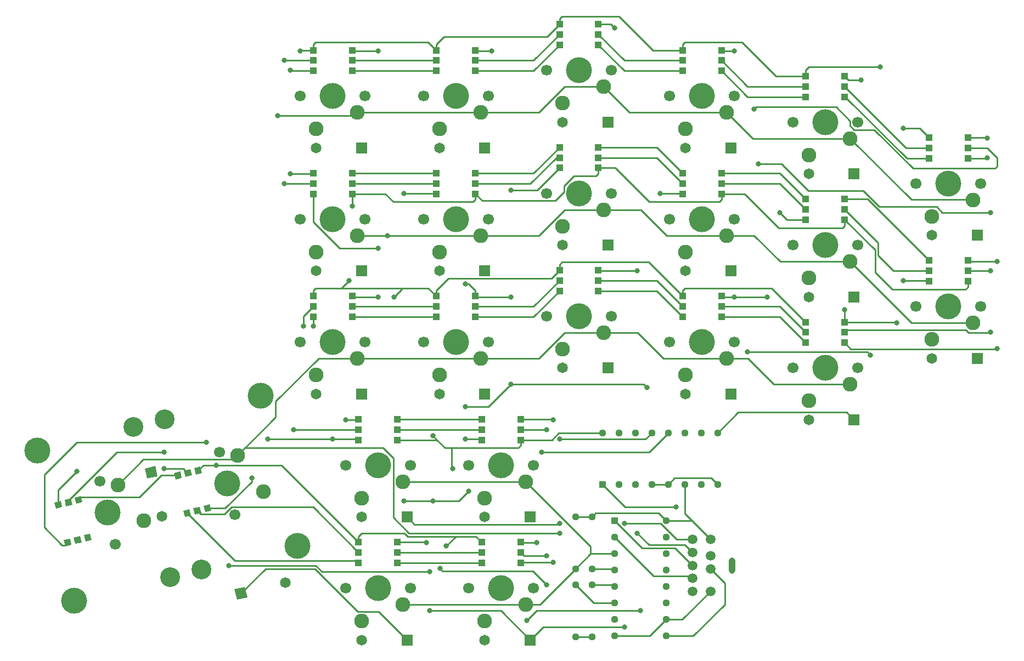
<source format=gbr>
%TF.GenerationSoftware,KiCad,Pcbnew,(5.1.10)-1*%
%TF.CreationDate,2021-06-29T07:08:46-05:00*%
%TF.ProjectId,RightHand,4d696e69-2e6b-4696-9361-645f70636258,rev?*%
%TF.SameCoordinates,Original*%
%TF.FileFunction,Copper,L2,Bot*%
%TF.FilePolarity,Positive*%
%FSLAX46Y46*%
G04 Gerber Fmt 4.6, Leading zero omitted, Abs format (unit mm)*
G04 Created by KiCad (PCBNEW (5.1.10)-1) date 2021-06-29 07:08:46*
%MOMM*%
%LPD*%
G01*
G04 APERTURE LIST*
%TA.AperFunction,ComponentPad*%
%ADD10C,3.050000*%
%TD*%
%TA.AperFunction,ComponentPad*%
%ADD11C,4.000000*%
%TD*%
%TA.AperFunction,ComponentPad*%
%ADD12C,1.700000*%
%TD*%
%TA.AperFunction,ComponentPad*%
%ADD13C,2.286000*%
%TD*%
%TA.AperFunction,ComponentPad*%
%ADD14C,1.651000*%
%TD*%
%TA.AperFunction,ComponentPad*%
%ADD15C,0.100000*%
%TD*%
%TA.AperFunction,SMDPad,CuDef*%
%ADD16C,0.100000*%
%TD*%
%TA.AperFunction,ComponentPad*%
%ADD17R,1.651000X1.651000*%
%TD*%
%TA.AperFunction,SMDPad,CuDef*%
%ADD18R,1.000000X1.000000*%
%TD*%
%TA.AperFunction,ComponentPad*%
%ADD19C,1.130000*%
%TD*%
%TA.AperFunction,ComponentPad*%
%ADD20C,1.500000*%
%TD*%
%TA.AperFunction,ComponentPad*%
%ADD21O,1.000000X2.500000*%
%TD*%
%TA.AperFunction,ComponentPad*%
%ADD22R,1.130000X1.130000*%
%TD*%
%TA.AperFunction,ViaPad*%
%ADD23C,0.800000*%
%TD*%
%TA.AperFunction,Conductor*%
%ADD24C,0.250000*%
%TD*%
G04 APERTURE END LIST*
D10*
%TO.P,KT2_2,HOLE*%
%TO.N,N/C*%
X74936629Y-87772009D03*
X69240450Y-64581322D03*
D11*
X60136543Y-91407259D03*
X54440364Y-68216572D03*
X65290600Y-77846400D03*
D12*
%TO.P,KT2_2,POST*%
X66483267Y-82702071D03*
X64097933Y-72990729D03*
D13*
%TO.P,KT2_2,1*%
%TO.N,C2*%
X66848469Y-73540503D03*
%TO.P,KT2_2,2*%
%TO.N,Net-(KT2_2-Pad2)*%
X70829837Y-79101331D03*
D14*
%TO.P,KT2_2,3*%
X73665549Y-78404813D03*
%TA.AperFunction,ComponentPad*%
D15*
%TO.P,KT2_2,4*%
%TO.N,R0*%
G36*
X72994396Y-72211635D02*
G01*
X71391053Y-72605454D01*
X70997234Y-71002111D01*
X72600577Y-70608292D01*
X72994396Y-72211635D01*
G37*
%TD.AperFunction*%
%TA.AperFunction,SMDPad,CuDef*%
D16*
%TO.P,KT2_2,5*%
%TO.N,VCC*%
G36*
X59715981Y-82819690D02*
G01*
X58744847Y-83058224D01*
X58506313Y-82087090D01*
X59477447Y-81848556D01*
X59715981Y-82819690D01*
G37*
%TD.AperFunction*%
%TA.AperFunction,SMDPad,CuDef*%
%TO.P,KT2_2,6*%
%TO.N,Net-(KT2_2-Pad6)*%
G36*
X61269796Y-82438037D02*
G01*
X60298662Y-82676571D01*
X60060128Y-81705437D01*
X61031262Y-81466903D01*
X61269796Y-82438037D01*
G37*
%TD.AperFunction*%
%TA.AperFunction,SMDPad,CuDef*%
%TO.P,KT2_2,7*%
%TO.N,Net-(KT2_2-Pad7)*%
G36*
X62823611Y-82056383D02*
G01*
X61852477Y-82294917D01*
X61613943Y-81323783D01*
X62585077Y-81085249D01*
X62823611Y-82056383D01*
G37*
%TD.AperFunction*%
%TA.AperFunction,SMDPad,CuDef*%
%TO.P,KT2_2,8*%
%TO.N,GND*%
G36*
X58284780Y-76992885D02*
G01*
X57313646Y-77231419D01*
X57075112Y-76260285D01*
X58046246Y-76021751D01*
X58284780Y-76992885D01*
G37*
%TD.AperFunction*%
%TA.AperFunction,SMDPad,CuDef*%
%TO.P,KT2_2,9*%
%TO.N,Net-(KT2_1-Pad6)*%
G36*
X59838595Y-76611231D02*
G01*
X58867461Y-76849765D01*
X58628927Y-75878631D01*
X59600061Y-75640097D01*
X59838595Y-76611231D01*
G37*
%TD.AperFunction*%
%TA.AperFunction,SMDPad,CuDef*%
%TO.P,KT2_2,10*%
%TO.N,Net-(KT2_1-Pad7)*%
G36*
X61392410Y-76229578D02*
G01*
X60421276Y-76468112D01*
X60182742Y-75496978D01*
X61153876Y-75258444D01*
X61392410Y-76229578D01*
G37*
%TD.AperFunction*%
%TD*%
D11*
%TO.P,KT2_1,HOLE*%
%TO.N,N/C*%
X88896257Y-59753541D03*
X94592436Y-82944228D03*
D10*
X79792350Y-86579478D03*
X74096171Y-63388791D03*
D11*
X83742200Y-73314400D03*
D12*
%TO.P,KT2_1,POST*%
X84934867Y-78170071D03*
X82549533Y-68458729D03*
D13*
%TO.P,KT2_1,1*%
%TO.N,C2*%
X85300069Y-69008503D03*
%TO.P,KT2_1,2*%
%TO.N,Net-(KT2_1-Pad2)*%
X89281437Y-74569331D03*
D14*
%TO.P,KT2_1,3*%
X92730631Y-88611933D03*
%TA.AperFunction,ComponentPad*%
D15*
%TO.P,KT2_1,4*%
%TO.N,R1*%
G36*
X86853581Y-90905512D02*
G01*
X85250238Y-91299331D01*
X84856419Y-89695988D01*
X86459762Y-89302169D01*
X86853581Y-90905512D01*
G37*
%TD.AperFunction*%
%TA.AperFunction,SMDPad,CuDef*%
D16*
%TO.P,KT2_1,5*%
%TO.N,VCC*%
G36*
X79844010Y-71697578D02*
G01*
X78872876Y-71936112D01*
X78634342Y-70964978D01*
X79605476Y-70726444D01*
X79844010Y-71697578D01*
G37*
%TD.AperFunction*%
%TA.AperFunction,SMDPad,CuDef*%
%TO.P,KT2_1,6*%
%TO.N,Net-(KT2_1-Pad6)*%
G36*
X78290195Y-72079231D02*
G01*
X77319061Y-72317765D01*
X77080527Y-71346631D01*
X78051661Y-71108097D01*
X78290195Y-72079231D01*
G37*
%TD.AperFunction*%
%TA.AperFunction,SMDPad,CuDef*%
%TO.P,KT2_1,7*%
%TO.N,Net-(KT2_1-Pad7)*%
G36*
X76736380Y-72460885D02*
G01*
X75765246Y-72699419D01*
X75526712Y-71728285D01*
X76497846Y-71489751D01*
X76736380Y-72460885D01*
G37*
%TD.AperFunction*%
%TA.AperFunction,SMDPad,CuDef*%
%TO.P,KT2_1,8*%
%TO.N,GND*%
G36*
X81275211Y-77524383D02*
G01*
X80304077Y-77762917D01*
X80065543Y-76791783D01*
X81036677Y-76553249D01*
X81275211Y-77524383D01*
G37*
%TD.AperFunction*%
%TA.AperFunction,SMDPad,CuDef*%
%TO.P,KT2_1,9*%
%TO.N,Net-(KT2_1-Pad9)*%
G36*
X79721396Y-77906037D02*
G01*
X78750262Y-78144571D01*
X78511728Y-77173437D01*
X79482862Y-76934903D01*
X79721396Y-77906037D01*
G37*
%TD.AperFunction*%
%TA.AperFunction,SMDPad,CuDef*%
%TO.P,KT2_1,10*%
%TO.N,Net-(KT2_1-Pad10)*%
G36*
X78167581Y-78287690D02*
G01*
X77196447Y-78526224D01*
X76957913Y-77555090D01*
X77929047Y-77316556D01*
X78167581Y-78287690D01*
G37*
%TD.AperFunction*%
%TD*%
D11*
%TO.P,KBACK1,HOLE*%
%TO.N,N/C*%
X195000000Y-27000000D03*
D12*
%TO.P,KBACK1,POST*%
X190000000Y-27000000D03*
X200000000Y-27000000D03*
D13*
%TO.P,KBACK1,1*%
%TO.N,C0*%
X198810000Y-29540000D03*
%TO.P,KBACK1,2*%
%TO.N,Net-(KBACKSPACE1-Pad2)*%
X192460000Y-32080000D03*
D14*
%TO.P,KBACK1,3*%
X192460000Y-35000000D03*
D17*
%TO.P,KBACK1,4*%
%TO.N,R7*%
X199460000Y-35000000D03*
D18*
%TO.P,KBACK1,5*%
%TO.N,VCC*%
X192000000Y-19900000D03*
%TO.P,KBACK1,6*%
%TO.N,Net-(KBACKSPACE1-Pad6)*%
X192000000Y-21500000D03*
%TO.P,KBACK1,7*%
%TO.N,Net-(KBACKSPACE1-Pad7)*%
X192000000Y-23100000D03*
%TO.P,KBACK1,8*%
%TO.N,GND*%
X198000000Y-19900000D03*
%TO.P,KBACK1,9*%
%TO.N,CLK_L*%
X198000000Y-21500000D03*
%TO.P,KBACK1,10*%
%TO.N,S0_DL*%
X198000000Y-23100000D03*
%TD*%
D11*
%TO.P,KCOMMA1,HOLE*%
%TO.N,N/C*%
X138000000Y-47500000D03*
D12*
%TO.P,KCOMMA1,POST*%
X133000000Y-47500000D03*
X143000000Y-47500000D03*
D13*
%TO.P,KCOMMA1,1*%
%TO.N,C2*%
X141810000Y-50040000D03*
%TO.P,KCOMMA1,2*%
%TO.N,Net-(KCOMMA1-Pad2)*%
X135460000Y-52580000D03*
D14*
%TO.P,KCOMMA1,3*%
X135460000Y-55500000D03*
D17*
%TO.P,KCOMMA1,4*%
%TO.N,R4*%
X142460000Y-55500000D03*
D18*
%TO.P,KCOMMA1,5*%
%TO.N,VCC*%
X135000000Y-40400000D03*
%TO.P,KCOMMA1,6*%
%TO.N,Net-(KCOMMA1-Pad6)*%
X135000000Y-42000000D03*
%TO.P,KCOMMA1,7*%
%TO.N,Net-(KCOMMA1-Pad7)*%
X135000000Y-43600000D03*
%TO.P,KCOMMA1,8*%
%TO.N,GND*%
X141000000Y-40400000D03*
%TO.P,KCOMMA1,9*%
%TO.N,Net-(KCOMMA1-Pad9)*%
X141000000Y-42000000D03*
%TO.P,KCOMMA1,10*%
%TO.N,Net-(KCOMMA1-Pad10)*%
X141000000Y-43600000D03*
%TD*%
D11*
%TO.P,KENTER1,HOLE*%
%TO.N,N/C*%
X195000000Y-46000000D03*
D12*
%TO.P,KENTER1,POST*%
X190000000Y-46000000D03*
X200000000Y-46000000D03*
D13*
%TO.P,KENTER1,1*%
%TO.N,C1*%
X198810000Y-48540000D03*
%TO.P,KENTER1,2*%
%TO.N,Net-(KENTER1-Pad2)*%
X192460000Y-51080000D03*
D14*
%TO.P,KENTER1,3*%
X192460000Y-54000000D03*
D17*
%TO.P,KENTER1,4*%
%TO.N,R7*%
X199460000Y-54000000D03*
D18*
%TO.P,KENTER1,5*%
%TO.N,VCC*%
X198000000Y-42100000D03*
%TO.P,KENTER1,6*%
%TO.N,Net-(KENTER1-Pad6)*%
X198000000Y-40500000D03*
%TO.P,KENTER1,7*%
%TO.N,Net-(KENTER1-Pad7)*%
X198000000Y-38900000D03*
%TO.P,KENTER1,8*%
%TO.N,GND*%
X192000000Y-42100000D03*
%TO.P,KENTER1,9*%
%TO.N,Net-(KENTER1-Pad9)*%
X192000000Y-40500000D03*
%TO.P,KENTER1,10*%
%TO.N,Net-(KENTER1-Pad10)*%
X192000000Y-38900000D03*
%TD*%
D11*
%TO.P,KFSLASH1,HOLE*%
%TO.N,N/C*%
X176000000Y-55500000D03*
D12*
%TO.P,KFSLASH1,POST*%
X171000000Y-55500000D03*
X181000000Y-55500000D03*
D13*
%TO.P,KFSLASH1,1*%
%TO.N,C2*%
X179810000Y-58040000D03*
%TO.P,KFSLASH1,2*%
%TO.N,Net-(KFSLASH1-Pad2)*%
X173460000Y-60580000D03*
D14*
%TO.P,KFSLASH1,3*%
X173460000Y-63500000D03*
D17*
%TO.P,KFSLASH1,4*%
%TO.N,R6*%
X180460000Y-63500000D03*
D18*
%TO.P,KFSLASH1,5*%
%TO.N,VCC*%
X173000000Y-48400000D03*
%TO.P,KFSLASH1,6*%
%TO.N,Net-(KFSLASH1-Pad6)*%
X173000000Y-50000000D03*
%TO.P,KFSLASH1,7*%
%TO.N,Net-(KFSLASH1-Pad7)*%
X173000000Y-51600000D03*
%TO.P,KFSLASH1,8*%
%TO.N,GND*%
X179000000Y-48400000D03*
%TO.P,KFSLASH1,9*%
%TO.N,Net-(KENTER1-Pad6)*%
X179000000Y-50000000D03*
%TO.P,KFSLASH1,10*%
%TO.N,Net-(KENTER1-Pad7)*%
X179000000Y-51600000D03*
%TD*%
D11*
%TO.P,KH1,HOLE*%
%TO.N,N/C*%
X100000000Y-32500000D03*
D12*
%TO.P,KH1,POST*%
X95000000Y-32500000D03*
X105000000Y-32500000D03*
D13*
%TO.P,KH1,1*%
%TO.N,C1*%
X103810000Y-35040000D03*
%TO.P,KH1,2*%
%TO.N,Net-(KH1-Pad2)*%
X97460000Y-37580000D03*
D14*
%TO.P,KH1,3*%
X97460000Y-40500000D03*
D17*
%TO.P,KH1,4*%
%TO.N,R2*%
X104460000Y-40500000D03*
D18*
%TO.P,KH1,5*%
%TO.N,VCC*%
X103000000Y-28600000D03*
%TO.P,KH1,6*%
%TO.N,Net-(KH1-Pad6)*%
X103000000Y-27000000D03*
%TO.P,KH1,7*%
%TO.N,Net-(KH1-Pad7)*%
X103000000Y-25400000D03*
%TO.P,KH1,8*%
%TO.N,GND*%
X97000000Y-28600000D03*
%TO.P,KH1,9*%
%TO.N,Net-(KH1-Pad9)*%
X97000000Y-27000000D03*
%TO.P,KH1,10*%
%TO.N,Net-(KH1-Pad10)*%
X97000000Y-25400000D03*
%TD*%
D11*
%TO.P,KI1,HOLE*%
%TO.N,N/C*%
X138000000Y-9500000D03*
D12*
%TO.P,KI1,POST*%
X133000000Y-9500000D03*
X143000000Y-9500000D03*
D13*
%TO.P,KI1,1*%
%TO.N,C0*%
X141810000Y-12040000D03*
%TO.P,KI1,2*%
%TO.N,Net-(KI1-Pad2)*%
X135460000Y-14580000D03*
D14*
%TO.P,KI1,3*%
X135460000Y-17500000D03*
D17*
%TO.P,KI1,4*%
%TO.N,R4*%
X142460000Y-17500000D03*
D18*
%TO.P,KI1,5*%
%TO.N,VCC*%
X135000000Y-2400000D03*
%TO.P,KI1,6*%
%TO.N,Net-(KI1-Pad6)*%
X135000000Y-4000000D03*
%TO.P,KI1,7*%
%TO.N,Net-(KI1-Pad7)*%
X135000000Y-5600000D03*
%TO.P,KI1,8*%
%TO.N,GND*%
X141000000Y-2400000D03*
%TO.P,KI1,9*%
%TO.N,Net-(KI1-Pad9)*%
X141000000Y-4000000D03*
%TO.P,KI1,10*%
%TO.N,Net-(KI1-Pad10)*%
X141000000Y-5600000D03*
%TD*%
D11*
%TO.P,KJ1,HOLE*%
%TO.N,N/C*%
X119000000Y-32500000D03*
D12*
%TO.P,KJ1,POST*%
X114000000Y-32500000D03*
X124000000Y-32500000D03*
D13*
%TO.P,KJ1,1*%
%TO.N,C1*%
X122810000Y-35040000D03*
%TO.P,KJ1,2*%
%TO.N,Net-(KJ1-Pad2)*%
X116460000Y-37580000D03*
D14*
%TO.P,KJ1,3*%
X116460000Y-40500000D03*
D17*
%TO.P,KJ1,4*%
%TO.N,R3*%
X123460000Y-40500000D03*
D18*
%TO.P,KJ1,5*%
%TO.N,VCC*%
X122000000Y-28600000D03*
%TO.P,KJ1,6*%
%TO.N,Net-(KJ1-Pad6)*%
X122000000Y-27000000D03*
%TO.P,KJ1,7*%
%TO.N,Net-(KJ1-Pad7)*%
X122000000Y-25400000D03*
%TO.P,KJ1,8*%
%TO.N,GND*%
X116000000Y-28600000D03*
%TO.P,KJ1,9*%
%TO.N,Net-(KH1-Pad6)*%
X116000000Y-27000000D03*
%TO.P,KJ1,10*%
%TO.N,Net-(KH1-Pad7)*%
X116000000Y-25400000D03*
%TD*%
D11*
%TO.P,KK1,HOLE*%
%TO.N,N/C*%
X138000000Y-28500000D03*
D12*
%TO.P,KK1,POST*%
X133000000Y-28500000D03*
X143000000Y-28500000D03*
D13*
%TO.P,KK1,1*%
%TO.N,C1*%
X141810000Y-31040000D03*
%TO.P,KK1,2*%
%TO.N,Net-(KK1-Pad2)*%
X135460000Y-33580000D03*
D14*
%TO.P,KK1,3*%
X135460000Y-36500000D03*
D17*
%TO.P,KK1,4*%
%TO.N,R4*%
X142460000Y-36500000D03*
D18*
%TO.P,KK1,5*%
%TO.N,VCC*%
X141000000Y-24600000D03*
%TO.P,KK1,6*%
%TO.N,Net-(KK1-Pad6)*%
X141000000Y-23000000D03*
%TO.P,KK1,7*%
%TO.N,Net-(KK1-Pad7)*%
X141000000Y-21400000D03*
%TO.P,KK1,8*%
%TO.N,GND*%
X135000000Y-24600000D03*
%TO.P,KK1,9*%
%TO.N,Net-(KJ1-Pad6)*%
X135000000Y-23000000D03*
%TO.P,KK1,10*%
%TO.N,Net-(KJ1-Pad7)*%
X135000000Y-21400000D03*
%TD*%
D11*
%TO.P,KL1,HOLE*%
%TO.N,N/C*%
X157000000Y-32500000D03*
D12*
%TO.P,KL1,POST*%
X152000000Y-32500000D03*
X162000000Y-32500000D03*
D13*
%TO.P,KL1,1*%
%TO.N,C1*%
X160810000Y-35040000D03*
%TO.P,KL1,2*%
%TO.N,Net-(KL1-Pad2)*%
X154460000Y-37580000D03*
D14*
%TO.P,KL1,3*%
X154460000Y-40500000D03*
D17*
%TO.P,KL1,4*%
%TO.N,R5*%
X161460000Y-40500000D03*
D18*
%TO.P,KL1,5*%
%TO.N,VCC*%
X160000000Y-28600000D03*
%TO.P,KL1,6*%
%TO.N,Net-(KL1-Pad6)*%
X160000000Y-27000000D03*
%TO.P,KL1,7*%
%TO.N,Net-(KL1-Pad7)*%
X160000000Y-25400000D03*
%TO.P,KL1,8*%
%TO.N,GND*%
X154000000Y-28600000D03*
%TO.P,KL1,9*%
%TO.N,Net-(KK1-Pad6)*%
X154000000Y-27000000D03*
%TO.P,KL1,10*%
%TO.N,Net-(KK1-Pad7)*%
X154000000Y-25400000D03*
%TD*%
D11*
%TO.P,KM1,HOLE*%
%TO.N,N/C*%
X119000000Y-51500000D03*
D12*
%TO.P,KM1,POST*%
X114000000Y-51500000D03*
X124000000Y-51500000D03*
D13*
%TO.P,KM1,1*%
%TO.N,C2*%
X122810000Y-54040000D03*
%TO.P,KM1,2*%
%TO.N,Net-(KM1-Pad2)*%
X116460000Y-56580000D03*
D14*
%TO.P,KM1,3*%
X116460000Y-59500000D03*
D17*
%TO.P,KM1,4*%
%TO.N,R3*%
X123460000Y-59500000D03*
D18*
%TO.P,KM1,5*%
%TO.N,VCC*%
X116000000Y-44400000D03*
%TO.P,KM1,6*%
%TO.N,Net-(KM1-Pad6)*%
X116000000Y-46000000D03*
%TO.P,KM1,7*%
%TO.N,Net-(KM1-Pad7)*%
X116000000Y-47600000D03*
%TO.P,KM1,8*%
%TO.N,GND*%
X122000000Y-44400000D03*
%TO.P,KM1,9*%
%TO.N,Net-(KCOMMA1-Pad6)*%
X122000000Y-46000000D03*
%TO.P,KM1,10*%
%TO.N,Net-(KCOMMA1-Pad7)*%
X122000000Y-47600000D03*
%TD*%
D11*
%TO.P,KN1,HOLE*%
%TO.N,N/C*%
X100000000Y-51500000D03*
D12*
%TO.P,KN1,POST*%
X95000000Y-51500000D03*
X105000000Y-51500000D03*
D13*
%TO.P,KN1,1*%
%TO.N,C2*%
X103810000Y-54040000D03*
%TO.P,KN1,2*%
%TO.N,Net-(KN1-Pad2)*%
X97460000Y-56580000D03*
D14*
%TO.P,KN1,3*%
X97460000Y-59500000D03*
D17*
%TO.P,KN1,4*%
%TO.N,R2*%
X104460000Y-59500000D03*
D18*
%TO.P,KN1,5*%
%TO.N,VCC*%
X97000000Y-44400000D03*
%TO.P,KN1,6*%
%TO.N,Net-(KN1-Pad6)*%
X97000000Y-46000000D03*
%TO.P,KN1,7*%
%TO.N,Net-(KN1-Pad7)*%
X97000000Y-47600000D03*
%TO.P,KN1,8*%
%TO.N,GND*%
X103000000Y-44400000D03*
%TO.P,KN1,9*%
%TO.N,Net-(KM1-Pad6)*%
X103000000Y-46000000D03*
%TO.P,KN1,10*%
%TO.N,Net-(KM1-Pad7)*%
X103000000Y-47600000D03*
%TD*%
D11*
%TO.P,KO1,HOLE*%
%TO.N,N/C*%
X157000000Y-13500000D03*
D12*
%TO.P,KO1,POST*%
X152000000Y-13500000D03*
X162000000Y-13500000D03*
D13*
%TO.P,KO1,1*%
%TO.N,C0*%
X160810000Y-16040000D03*
%TO.P,KO1,2*%
%TO.N,Net-(KO1-Pad2)*%
X154460000Y-18580000D03*
D14*
%TO.P,KO1,3*%
X154460000Y-21500000D03*
D17*
%TO.P,KO1,4*%
%TO.N,R5*%
X161460000Y-21500000D03*
D18*
%TO.P,KO1,5*%
%TO.N,VCC*%
X154000000Y-6400000D03*
%TO.P,KO1,6*%
%TO.N,Net-(KI1-Pad9)*%
X154000000Y-8000000D03*
%TO.P,KO1,7*%
%TO.N,Net-(KI1-Pad10)*%
X154000000Y-9600000D03*
%TO.P,KO1,8*%
%TO.N,GND*%
X160000000Y-6400000D03*
%TO.P,KO1,9*%
%TO.N,Net-(KO1-Pad9)*%
X160000000Y-8000000D03*
%TO.P,KO1,10*%
%TO.N,Net-(KO1-Pad10)*%
X160000000Y-9600000D03*
%TD*%
D11*
%TO.P,KP1,HOLE*%
%TO.N,N/C*%
X176000000Y-17500000D03*
D12*
%TO.P,KP1,POST*%
X171000000Y-17500000D03*
X181000000Y-17500000D03*
D13*
%TO.P,KP1,1*%
%TO.N,C0*%
X179810000Y-20040000D03*
%TO.P,KP1,2*%
%TO.N,Net-(KP1-Pad2)*%
X173460000Y-22580000D03*
D14*
%TO.P,KP1,3*%
X173460000Y-25500000D03*
D17*
%TO.P,KP1,4*%
%TO.N,R6*%
X180460000Y-25500000D03*
D18*
%TO.P,KP1,5*%
%TO.N,VCC*%
X173000000Y-10400000D03*
%TO.P,KP1,6*%
%TO.N,Net-(KO1-Pad9)*%
X173000000Y-12000000D03*
%TO.P,KP1,7*%
%TO.N,Net-(KO1-Pad10)*%
X173000000Y-13600000D03*
%TO.P,KP1,8*%
%TO.N,GND*%
X179000000Y-10400000D03*
%TO.P,KP1,9*%
%TO.N,Net-(KBACKSPACE1-Pad6)*%
X179000000Y-12000000D03*
%TO.P,KP1,10*%
%TO.N,Net-(KBACKSPACE1-Pad7)*%
X179000000Y-13600000D03*
%TD*%
D11*
%TO.P,KPERIOD1,HOLE*%
%TO.N,N/C*%
X157000000Y-51500000D03*
D12*
%TO.P,KPERIOD1,POST*%
X152000000Y-51500000D03*
X162000000Y-51500000D03*
D13*
%TO.P,KPERIOD1,1*%
%TO.N,C2*%
X160810000Y-54040000D03*
%TO.P,KPERIOD1,2*%
%TO.N,Net-(KPERIOD1-Pad2)*%
X154460000Y-56580000D03*
D14*
%TO.P,KPERIOD1,3*%
X154460000Y-59500000D03*
D17*
%TO.P,KPERIOD1,4*%
%TO.N,R5*%
X161460000Y-59500000D03*
D18*
%TO.P,KPERIOD1,5*%
%TO.N,VCC*%
X154000000Y-44400000D03*
%TO.P,KPERIOD1,6*%
%TO.N,Net-(KCOMMA1-Pad9)*%
X154000000Y-46000000D03*
%TO.P,KPERIOD1,7*%
%TO.N,Net-(KCOMMA1-Pad10)*%
X154000000Y-47600000D03*
%TO.P,KPERIOD1,8*%
%TO.N,GND*%
X160000000Y-44400000D03*
%TO.P,KPERIOD1,9*%
%TO.N,Net-(KFSLASH1-Pad6)*%
X160000000Y-46000000D03*
%TO.P,KPERIOD1,10*%
%TO.N,Net-(KFSLASH1-Pad7)*%
X160000000Y-47600000D03*
%TD*%
D11*
%TO.P,KCOLON1,HOLE*%
%TO.N,N/C*%
X176000000Y-36500000D03*
D12*
%TO.P,KCOLON1,POST*%
X171000000Y-36500000D03*
X181000000Y-36500000D03*
D13*
%TO.P,KCOLON1,1*%
%TO.N,C1*%
X179810000Y-39040000D03*
%TO.P,KCOLON1,2*%
%TO.N,Net-(KSEMICOLON1-Pad2)*%
X173460000Y-41580000D03*
D14*
%TO.P,KCOLON1,3*%
X173460000Y-44500000D03*
D17*
%TO.P,KCOLON1,4*%
%TO.N,R6*%
X180460000Y-44500000D03*
D18*
%TO.P,KCOLON1,5*%
%TO.N,VCC*%
X179000000Y-32600000D03*
%TO.P,KCOLON1,6*%
%TO.N,Net-(KENTER1-Pad9)*%
X179000000Y-31000000D03*
%TO.P,KCOLON1,7*%
%TO.N,Net-(KENTER1-Pad10)*%
X179000000Y-29400000D03*
%TO.P,KCOLON1,8*%
%TO.N,GND*%
X173000000Y-32600000D03*
%TO.P,KCOLON1,9*%
%TO.N,Net-(KL1-Pad6)*%
X173000000Y-31000000D03*
%TO.P,KCOLON1,10*%
%TO.N,Net-(KL1-Pad7)*%
X173000000Y-29400000D03*
%TD*%
D11*
%TO.P,KTG_A1,HOLE*%
%TO.N,N/C*%
X107000000Y-70500000D03*
D12*
%TO.P,KTG_A1,POST*%
X102000000Y-70500000D03*
X112000000Y-70500000D03*
D13*
%TO.P,KTG_A1,1*%
%TO.N,C3*%
X110810000Y-73040000D03*
%TO.P,KTG_A1,2*%
%TO.N,Net-(KTG_A1-Pad2)*%
X104460000Y-75580000D03*
D14*
%TO.P,KTG_A1,3*%
X104460000Y-78500000D03*
D17*
%TO.P,KTG_A1,4*%
%TO.N,R2*%
X111460000Y-78500000D03*
D18*
%TO.P,KTG_A1,5*%
%TO.N,VCC*%
X110000000Y-66600000D03*
%TO.P,KTG_A1,6*%
%TO.N,Net-(KTG_A1-Pad6)*%
X110000000Y-65000000D03*
%TO.P,KTG_A1,7*%
%TO.N,Net-(KTG_A1-Pad7)*%
X110000000Y-63400000D03*
%TO.P,KTG_A1,8*%
%TO.N,GND*%
X104000000Y-66600000D03*
%TO.P,KTG_A1,9*%
%TO.N,Net-(KN1-Pad6)*%
X104000000Y-65000000D03*
%TO.P,KTG_A1,10*%
%TO.N,Net-(KN1-Pad7)*%
X104000000Y-63400000D03*
%TD*%
D11*
%TO.P,KTG_B1,HOLE*%
%TO.N,N/C*%
X126000000Y-70500000D03*
D12*
%TO.P,KTG_B1,POST*%
X121000000Y-70500000D03*
X131000000Y-70500000D03*
D13*
%TO.P,KTG_B1,1*%
%TO.N,C3*%
X129810000Y-73040000D03*
%TO.P,KTG_B1,2*%
%TO.N,Net-(KTG_B1-Pad2)*%
X123460000Y-75580000D03*
D14*
%TO.P,KTG_B1,3*%
X123460000Y-78500000D03*
D17*
%TO.P,KTG_B1,4*%
%TO.N,R3*%
X130460000Y-78500000D03*
D18*
%TO.P,KTG_B1,5*%
%TO.N,VCC*%
X129000000Y-66600000D03*
%TO.P,KTG_B1,6*%
%TO.N,Net-(KTG_B1-Pad6)*%
X129000000Y-65000000D03*
%TO.P,KTG_B1,7*%
%TO.N,Net-(KTG_B1-Pad7)*%
X129000000Y-63400000D03*
%TO.P,KTG_B1,8*%
%TO.N,GND*%
X123000000Y-66600000D03*
%TO.P,KTG_B1,9*%
%TO.N,Net-(KTG_A1-Pad6)*%
X123000000Y-65000000D03*
%TO.P,KTG_B1,10*%
%TO.N,Net-(KTG_A1-Pad7)*%
X123000000Y-63400000D03*
%TD*%
D11*
%TO.P,KTG_C1,HOLE*%
%TO.N,N/C*%
X107000000Y-89500000D03*
D12*
%TO.P,KTG_C1,POST*%
X102000000Y-89500000D03*
X112000000Y-89500000D03*
D13*
%TO.P,KTG_C1,1*%
%TO.N,C3*%
X110810000Y-92040000D03*
%TO.P,KTG_C1,2*%
%TO.N,Net-(KTG_C1-Pad2)*%
X104460000Y-94580000D03*
D14*
%TO.P,KTG_C1,3*%
X104460000Y-97500000D03*
D17*
%TO.P,KTG_C1,4*%
%TO.N,R1*%
X111460000Y-97500000D03*
D18*
%TO.P,KTG_C1,5*%
%TO.N,VCC*%
X104000000Y-82400000D03*
%TO.P,KTG_C1,6*%
%TO.N,Net-(KT2_1-Pad9)*%
X104000000Y-84000000D03*
%TO.P,KTG_C1,7*%
%TO.N,Net-(KT2_1-Pad10)*%
X104000000Y-85600000D03*
%TO.P,KTG_C1,8*%
%TO.N,GND*%
X110000000Y-82400000D03*
%TO.P,KTG_C1,9*%
%TO.N,Net-(KTG_C1-Pad9)*%
X110000000Y-84000000D03*
%TO.P,KTG_C1,10*%
%TO.N,Net-(KTG_C1-Pad10)*%
X110000000Y-85600000D03*
%TD*%
D11*
%TO.P,KTG_D1,HOLE*%
%TO.N,N/C*%
X126000000Y-89500000D03*
D12*
%TO.P,KTG_D1,POST*%
X121000000Y-89500000D03*
X131000000Y-89500000D03*
D13*
%TO.P,KTG_D1,1*%
%TO.N,C3*%
X129810000Y-92040000D03*
%TO.P,KTG_D1,2*%
%TO.N,Net-(KTG_D1-Pad2)*%
X123460000Y-94580000D03*
D14*
%TO.P,KTG_D1,3*%
X123460000Y-97500000D03*
D17*
%TO.P,KTG_D1,4*%
%TO.N,R0*%
X130460000Y-97500000D03*
D18*
%TO.P,KTG_D1,5*%
%TO.N,VCC*%
X123000000Y-82400000D03*
%TO.P,KTG_D1,6*%
%TO.N,Net-(KTG_C1-Pad9)*%
X123000000Y-84000000D03*
%TO.P,KTG_D1,7*%
%TO.N,Net-(KTG_C1-Pad10)*%
X123000000Y-85600000D03*
%TO.P,KTG_D1,8*%
%TO.N,GND*%
X129000000Y-82400000D03*
%TO.P,KTG_D1,9*%
%TO.N,Net-(KTG_B1-Pad6)*%
X129000000Y-84000000D03*
%TO.P,KTG_D1,10*%
%TO.N,Net-(KTG_B1-Pad7)*%
X129000000Y-85600000D03*
%TD*%
D11*
%TO.P,KU1,HOLE*%
%TO.N,N/C*%
X119000000Y-13500000D03*
D12*
%TO.P,KU1,POST*%
X114000000Y-13500000D03*
X124000000Y-13500000D03*
D13*
%TO.P,KU1,1*%
%TO.N,C0*%
X122810000Y-16040000D03*
%TO.P,KU1,2*%
%TO.N,Net-(KU1-Pad2)*%
X116460000Y-18580000D03*
D14*
%TO.P,KU1,3*%
X116460000Y-21500000D03*
D17*
%TO.P,KU1,4*%
%TO.N,R3*%
X123460000Y-21500000D03*
D18*
%TO.P,KU1,5*%
%TO.N,VCC*%
X116000000Y-6400000D03*
%TO.P,KU1,6*%
%TO.N,Net-(KU1-Pad6)*%
X116000000Y-8000000D03*
%TO.P,KU1,7*%
%TO.N,Net-(KU1-Pad7)*%
X116000000Y-9600000D03*
%TO.P,KU1,8*%
%TO.N,GND*%
X122000000Y-6400000D03*
%TO.P,KU1,9*%
%TO.N,Net-(KI1-Pad6)*%
X122000000Y-8000000D03*
%TO.P,KU1,10*%
%TO.N,Net-(KI1-Pad7)*%
X122000000Y-9600000D03*
%TD*%
D11*
%TO.P,KY1,HOLE*%
%TO.N,N/C*%
X100000000Y-13500000D03*
D12*
%TO.P,KY1,POST*%
X95000000Y-13500000D03*
X105000000Y-13500000D03*
D13*
%TO.P,KY1,1*%
%TO.N,C0*%
X103810000Y-16040000D03*
%TO.P,KY1,2*%
%TO.N,Net-(KY1-Pad2)*%
X97460000Y-18580000D03*
D14*
%TO.P,KY1,3*%
X97460000Y-21500000D03*
D17*
%TO.P,KY1,4*%
%TO.N,R2*%
X104460000Y-21500000D03*
D18*
%TO.P,KY1,5*%
%TO.N,VCC*%
X97000000Y-6400000D03*
%TO.P,KY1,6*%
%TO.N,Net-(KH1-Pad9)*%
X97000000Y-8000000D03*
%TO.P,KY1,7*%
%TO.N,Net-(KH1-Pad10)*%
X97000000Y-9600000D03*
%TO.P,KY1,8*%
%TO.N,GND*%
X103000000Y-6400000D03*
%TO.P,KY1,9*%
%TO.N,Net-(KU1-Pad6)*%
X103000000Y-8000000D03*
%TO.P,KY1,10*%
%TO.N,Net-(KU1-Pad7)*%
X103000000Y-9600000D03*
%TD*%
D19*
%TO.P,R0,2*%
%TO.N,C0*%
X137500000Y-89000000D03*
%TO.P,R0,1*%
%TO.N,VCC*%
X137500000Y-97000000D03*
%TD*%
%TO.P,R1,2*%
%TO.N,VCC*%
X140000000Y-97000000D03*
%TO.P,R1,1*%
%TO.N,C1*%
X140000000Y-89000000D03*
%TD*%
%TO.P,R2,2*%
%TO.N,VCC*%
X140000000Y-78500000D03*
%TO.P,R2,1*%
%TO.N,C2*%
X140000000Y-86500000D03*
%TD*%
%TO.P,R3,2*%
%TO.N,VCC*%
X137500000Y-78500000D03*
%TO.P,R3,1*%
%TO.N,C3*%
X137500000Y-86500000D03*
%TD*%
D20*
%TO.P,UD9,7*%
%TO.N,S1*%
X155500000Y-82000000D03*
%TO.P,UD9,4*%
%TO.N,S2*%
X155500000Y-84000000D03*
%TO.P,UD9,5*%
%TO.N,SH_LD*%
X155500000Y-86000000D03*
%TO.P,UD9,8*%
%TO.N,CLK_C*%
X155500000Y-88000000D03*
%TO.P,UD9,9*%
%TO.N,CLK_L*%
X155500000Y-90000000D03*
%TO.P,UD9,6*%
%TO.N,GND*%
X158300000Y-90000000D03*
%TO.P,UD9,3*%
%TO.N,VCC*%
X158300000Y-82000000D03*
%TO.P,UD9,1*%
%TO.N,S0_DL*%
X158300000Y-84500000D03*
%TO.P,UD9,2*%
%TO.N,RX*%
X158300000Y-86500000D03*
D21*
%TO.P,UD9,HOLE*%
%TO.N,N/C*%
X161650000Y-86000000D03*
%TD*%
D19*
%TO.P,UDEMUX1,16*%
%TO.N,VCC*%
X141610000Y-65530000D03*
%TO.P,UDEMUX1,15*%
%TO.N,R0*%
X144150000Y-65530000D03*
%TO.P,UDEMUX1,14*%
%TO.N,R1*%
X146690000Y-65530000D03*
%TO.P,UDEMUX1,13*%
%TO.N,R2*%
X149230000Y-65530000D03*
%TO.P,UDEMUX1,12*%
%TO.N,R3*%
X151770000Y-65530000D03*
%TO.P,UDEMUX1,11*%
%TO.N,R4*%
X154310000Y-65530000D03*
%TO.P,UDEMUX1,10*%
%TO.N,R5*%
X156850000Y-65530000D03*
%TO.P,UDEMUX1,9*%
%TO.N,R6*%
X159390000Y-65530000D03*
%TO.P,UDEMUX1,8*%
%TO.N,GND*%
X159390000Y-73470000D03*
%TO.P,UDEMUX1,7*%
%TO.N,R7*%
X156850000Y-73470000D03*
%TO.P,UDEMUX1,6*%
%TO.N,VCC*%
X154310000Y-73470000D03*
%TO.P,UDEMUX1,5*%
%TO.N,GND*%
X151770000Y-73470000D03*
%TO.P,UDEMUX1,4*%
X149230000Y-73470000D03*
%TO.P,UDEMUX1,3*%
%TO.N,S2*%
X146690000Y-73470000D03*
%TO.P,UDEMUX1,2*%
%TO.N,S1*%
X144150000Y-73470000D03*
D22*
%TO.P,UDEMUX1,1*%
%TO.N,S0_DL*%
X141610000Y-73470000D03*
%TD*%
D19*
%TO.P,UREG1,16*%
%TO.N,VCC*%
X151470000Y-79110000D03*
%TO.P,UREG1,15*%
%TO.N,GND*%
X151470000Y-81650000D03*
%TO.P,UREG1,14*%
X151470000Y-84190000D03*
%TO.P,UREG1,13*%
X151470000Y-86730000D03*
%TO.P,UREG1,12*%
X151470000Y-89270000D03*
%TO.P,UREG1,11*%
X151470000Y-91810000D03*
%TO.P,UREG1,10*%
X151470000Y-94350000D03*
%TO.P,UREG1,9*%
%TO.N,RX*%
X151470000Y-96890000D03*
%TO.P,UREG1,8*%
%TO.N,GND*%
X143530000Y-96890000D03*
%TO.P,UREG1,7*%
%TO.N,Net-(UREG1-Pad7)*%
X143530000Y-94350000D03*
%TO.P,UREG1,6*%
%TO.N,C0*%
X143530000Y-91810000D03*
%TO.P,UREG1,5*%
%TO.N,C1*%
X143530000Y-89270000D03*
%TO.P,UREG1,4*%
%TO.N,C2*%
X143530000Y-86730000D03*
%TO.P,UREG1,3*%
%TO.N,C3*%
X143530000Y-84190000D03*
%TO.P,UREG1,2*%
%TO.N,CLK_C*%
X143530000Y-81650000D03*
D22*
%TO.P,UREG1,1*%
%TO.N,SH_LD*%
X143530000Y-79110000D03*
%TD*%
D23*
%TO.N,C0*%
X91500000Y-16500000D03*
%TO.N,R7*%
X183000000Y-53500000D03*
X164000000Y-53000000D03*
%TO.N,VCC*%
X184500000Y-9000000D03*
X188000000Y-18500000D03*
X80500000Y-67000000D03*
X82000000Y-70500000D03*
X118500000Y-71000000D03*
X117500000Y-83000000D03*
X103000000Y-30500000D03*
X102500000Y-42000000D03*
X95000000Y-6500000D03*
X115500000Y-66000000D03*
X109500000Y-44500000D03*
%TO.N,GND*%
X201000000Y-20000000D03*
X181500000Y-11000000D03*
X162000000Y-6500000D03*
X143500000Y-3000000D03*
X124500000Y-6500000D03*
X107000000Y-6500000D03*
X150500000Y-28500000D03*
X147000000Y-40500000D03*
X162000000Y-44500000D03*
X167000000Y-44500000D03*
X169000000Y-31500000D03*
X179000000Y-46500000D03*
X187000000Y-48500000D03*
X188000000Y-42000000D03*
X148500000Y-58500000D03*
X127500000Y-58000000D03*
X127500000Y-44500000D03*
X120500000Y-61500000D03*
X120500000Y-66500000D03*
X120500000Y-42500000D03*
X111000000Y-28500000D03*
X107000000Y-44500000D03*
X107000000Y-37000000D03*
X127500000Y-28000000D03*
X131500000Y-82500000D03*
X114500000Y-82500000D03*
X115500000Y-76000000D03*
X121000000Y-74500000D03*
X111000000Y-76000000D03*
X100000000Y-66500000D03*
X90000000Y-66500000D03*
X87500000Y-72500000D03*
X60500000Y-71500000D03*
%TO.N,CLK_L*%
X165000000Y-15500000D03*
%TO.N,S0_DL*%
X153000000Y-77000000D03*
X201000000Y-23000000D03*
X201500000Y-31500000D03*
X165725000Y-24000000D03*
%TO.N,C2*%
X135000000Y-81000000D03*
%TO.N,C1*%
X133000000Y-89000000D03*
X116549154Y-86449999D03*
X108460000Y-35040000D03*
%TO.N,Net-(KENTER1-Pad6)*%
X201500000Y-50000000D03*
X201500000Y-40500000D03*
%TO.N,Net-(KENTER1-Pad7)*%
X202500000Y-52500000D03*
X202500000Y-39000000D03*
%TO.N,Net-(KH1-Pad10)*%
X93500000Y-9500000D03*
X93500000Y-25500000D03*
%TO.N,Net-(KH1-Pad9)*%
X92500000Y-8000000D03*
X92500000Y-27000000D03*
%TO.N,R2*%
X135000000Y-79500000D03*
X135000000Y-66500000D03*
%TO.N,R3*%
X132275000Y-68500000D03*
%TO.N,Net-(KN1-Pad7)*%
X97000000Y-49000000D03*
X102000000Y-63500000D03*
%TO.N,Net-(KN1-Pad6)*%
X95500000Y-49000000D03*
X94000000Y-65000000D03*
%TO.N,Net-(KT2_1-Pad6)*%
X74000000Y-71000000D03*
X74000000Y-68500000D03*
%TO.N,R1*%
X147500000Y-93000000D03*
X130000000Y-94500000D03*
%TO.N,R0*%
X84000000Y-86000000D03*
X115000000Y-87000000D03*
X115000000Y-93000000D03*
X145000000Y-95500000D03*
%TO.N,Net-(KTG_B1-Pad7)*%
X134000000Y-63500000D03*
X134000000Y-85500000D03*
%TO.N,Net-(KTG_B1-Pad6)*%
X133000000Y-65000000D03*
X133000000Y-84500000D03*
%TO.N,S2*%
X147000000Y-81000000D03*
%TO.N,S1*%
X145000000Y-79500000D03*
%TD*%
D24*
%TO.N,C0*%
X103810000Y-16040000D02*
X122810000Y-16040000D01*
X135827358Y-12040000D02*
X141810000Y-12040000D01*
X131827358Y-16040000D02*
X135827358Y-12040000D01*
X122810000Y-16040000D02*
X131827358Y-16040000D01*
X145810000Y-16040000D02*
X160810000Y-16040000D01*
X141810000Y-12040000D02*
X145810000Y-16040000D01*
X164810000Y-20040000D02*
X179810000Y-20040000D01*
X160810000Y-16040000D02*
X164810000Y-20040000D01*
X179810000Y-20040000D02*
X189270000Y-29500000D01*
X198770000Y-29500000D02*
X198810000Y-29540000D01*
X189270000Y-29500000D02*
X198770000Y-29500000D01*
X140310000Y-91810000D02*
X143530000Y-91810000D01*
X137500000Y-89000000D02*
X140310000Y-91810000D01*
X103350000Y-16500000D02*
X103810000Y-16040000D01*
X91500000Y-16500000D02*
X103350000Y-16500000D01*
%TO.N,R7*%
X182500000Y-53000000D02*
X164000000Y-53000000D01*
X183000000Y-53500000D02*
X182500000Y-53000000D01*
%TO.N,VCC*%
X155410000Y-79110000D02*
X158300000Y-82000000D01*
X151470000Y-79110000D02*
X155410000Y-79110000D01*
X150295001Y-77935001D02*
X151470000Y-79110000D01*
X140564999Y-77935001D02*
X150295001Y-77935001D01*
X140000000Y-78500000D02*
X140564999Y-77935001D01*
X140000000Y-78500000D02*
X137500000Y-78500000D01*
X140000000Y-97000000D02*
X137500000Y-97000000D01*
X154310000Y-78010000D02*
X155410000Y-79110000D01*
X154310000Y-73470000D02*
X154310000Y-78010000D01*
X114749990Y-5149990D02*
X116000000Y-6400000D01*
X97355022Y-5149990D02*
X114749990Y-5149990D01*
X97000000Y-5505012D02*
X97355022Y-5149990D01*
X97000000Y-6400000D02*
X97000000Y-5505012D01*
X133049990Y-4350010D02*
X135000000Y-2400000D01*
X116000000Y-5505012D02*
X117155002Y-4350010D01*
X117155002Y-4350010D02*
X133049990Y-4350010D01*
X116000000Y-6400000D02*
X116000000Y-5505012D01*
X149405012Y-6400000D02*
X154000000Y-6400000D01*
X144155002Y-1149990D02*
X149405012Y-6400000D01*
X135355022Y-1149990D02*
X144155002Y-1149990D01*
X135000000Y-1505012D02*
X135355022Y-1149990D01*
X135000000Y-2400000D02*
X135000000Y-1505012D01*
X168405012Y-10400000D02*
X173000000Y-10400000D01*
X154355022Y-5149990D02*
X163155002Y-5149990D01*
X163155002Y-5149990D02*
X168405012Y-10400000D01*
X154000000Y-5505012D02*
X154355022Y-5149990D01*
X154000000Y-6400000D02*
X154000000Y-5505012D01*
X173505012Y-9000000D02*
X184500000Y-9000000D01*
X173000000Y-9505012D02*
X173505012Y-9000000D01*
X173000000Y-10400000D02*
X173000000Y-9505012D01*
X190600000Y-18500000D02*
X192000000Y-19900000D01*
X188000000Y-18500000D02*
X190600000Y-18500000D01*
X103000000Y-28600000D02*
X108100000Y-28600000D01*
X122000000Y-29494988D02*
X122000000Y-28600000D01*
X121644978Y-29850010D02*
X122000000Y-29494988D01*
X109350010Y-29850010D02*
X121644978Y-29850010D01*
X108100000Y-28600000D02*
X109350010Y-29850010D01*
X123075001Y-29675001D02*
X134324999Y-29675001D01*
X122000000Y-28600000D02*
X123075001Y-29675001D01*
X141000000Y-25494988D02*
X141000000Y-24600000D01*
X137208988Y-25850010D02*
X140644978Y-25850010D01*
X135674999Y-27383999D02*
X137208988Y-25850010D01*
X140644978Y-25850010D02*
X141000000Y-25494988D01*
X135674999Y-28325001D02*
X135674999Y-27383999D01*
X134324999Y-29675001D02*
X135674999Y-28325001D01*
X141000000Y-24600000D02*
X143600000Y-24600000D01*
X160000000Y-29494988D02*
X160000000Y-28600000D01*
X159644978Y-29850010D02*
X160000000Y-29494988D01*
X148850010Y-29850010D02*
X159644978Y-29850010D01*
X143600000Y-24600000D02*
X148850010Y-29850010D01*
X160000000Y-28600000D02*
X163600000Y-28600000D01*
X179000000Y-33494988D02*
X179000000Y-32600000D01*
X178644978Y-33850010D02*
X179000000Y-33494988D01*
X168850010Y-33850010D02*
X178644978Y-33850010D01*
X163600000Y-28600000D02*
X168850010Y-33850010D01*
X183699980Y-37299980D02*
X183699980Y-40699980D01*
X179000000Y-32600000D02*
X183699980Y-37299980D01*
X198000000Y-42994988D02*
X198000000Y-42100000D01*
X197644978Y-43350010D02*
X198000000Y-42994988D01*
X186350010Y-43350010D02*
X197644978Y-43350010D01*
X183699980Y-40699980D02*
X186350010Y-43350010D01*
X114749990Y-43149990D02*
X116000000Y-44400000D01*
X97000000Y-43505012D02*
X97355022Y-43149990D01*
X97000000Y-44400000D02*
X97000000Y-43505012D01*
X133749499Y-41650501D02*
X135000000Y-40400000D01*
X117854511Y-41650501D02*
X133749499Y-41650501D01*
X116000000Y-43505012D02*
X117854511Y-41650501D01*
X116000000Y-44400000D02*
X116000000Y-43505012D01*
X148749990Y-39149990D02*
X154000000Y-44400000D01*
X135355022Y-39149990D02*
X148749990Y-39149990D01*
X135000000Y-39505012D02*
X135355022Y-39149990D01*
X135000000Y-40400000D02*
X135000000Y-39505012D01*
X167749990Y-43149990D02*
X173000000Y-48400000D01*
X154355022Y-43149990D02*
X167749990Y-43149990D01*
X154000000Y-43505012D02*
X154355022Y-43149990D01*
X154000000Y-44400000D02*
X154000000Y-43505012D01*
X110000000Y-66600000D02*
X116100000Y-66600000D01*
X129000000Y-67494988D02*
X129000000Y-66600000D01*
X128644978Y-67850010D02*
X129000000Y-67494988D01*
X116100000Y-66600000D02*
X117350010Y-67850010D01*
X111087588Y-81000000D02*
X111587588Y-81500000D01*
X104505012Y-81000000D02*
X111087588Y-81000000D01*
X104000000Y-81505012D02*
X104505012Y-81000000D01*
X104000000Y-82400000D02*
X104000000Y-81505012D01*
X122100000Y-81500000D02*
X123000000Y-82400000D01*
X111587588Y-81500000D02*
X122100000Y-81500000D01*
X58272621Y-82866726D02*
X55500000Y-80094105D01*
X58697811Y-82866726D02*
X58272621Y-82866726D01*
X59111147Y-82453390D02*
X58697811Y-82866726D01*
X55500000Y-80094105D02*
X55500000Y-72000000D01*
X55500000Y-72000000D02*
X60500000Y-67000000D01*
X60500000Y-67000000D02*
X80500000Y-67000000D01*
X80070454Y-70500000D02*
X79239176Y-71331278D01*
X82000000Y-70500000D02*
X80070454Y-70500000D01*
X92100000Y-70500000D02*
X104000000Y-82400000D01*
X82000000Y-70500000D02*
X92100000Y-70500000D01*
X133826998Y-66600000D02*
X129000000Y-66600000D01*
X134896998Y-65530000D02*
X133826998Y-66600000D01*
X141610000Y-65530000D02*
X134896998Y-65530000D01*
X118350010Y-67850010D02*
X118350010Y-70850010D01*
X118350010Y-70850010D02*
X118500000Y-71000000D01*
X117350010Y-67850010D02*
X118350010Y-67850010D01*
X118350010Y-67850010D02*
X128644978Y-67850010D01*
X117500000Y-83000000D02*
X119000000Y-81500000D01*
X103000000Y-28600000D02*
X103000000Y-30500000D01*
X102500000Y-42000000D02*
X101350010Y-43149990D01*
X97355022Y-43149990D02*
X101350010Y-43149990D01*
X95100000Y-6400000D02*
X95000000Y-6500000D01*
X97000000Y-6400000D02*
X95100000Y-6400000D01*
X116100000Y-66600000D02*
X115500000Y-66000000D01*
X110649990Y-43350010D02*
X110649990Y-43149990D01*
X109500000Y-44500000D02*
X110649990Y-43350010D01*
X110649990Y-43149990D02*
X114749990Y-43149990D01*
X101350010Y-43149990D02*
X110649990Y-43149990D01*
%TO.N,Net-(KBACKSPACE1-Pad6)*%
X188500000Y-21500000D02*
X192000000Y-21500000D01*
X179000000Y-12000000D02*
X188500000Y-21500000D01*
%TO.N,Net-(KBACKSPACE1-Pad7)*%
X179000000Y-13600000D02*
X179100000Y-13600000D01*
X188600000Y-23100000D02*
X192000000Y-23100000D01*
X179100000Y-13600000D02*
X188600000Y-23100000D01*
%TO.N,GND*%
X148930000Y-96890000D02*
X151470000Y-94350000D01*
X143530000Y-96890000D02*
X148930000Y-96890000D01*
X153950000Y-94350000D02*
X158300000Y-90000000D01*
X151470000Y-94350000D02*
X153950000Y-94350000D01*
X149230000Y-73470000D02*
X151770000Y-73470000D01*
X151770000Y-73470000D02*
X152740000Y-72500000D01*
X158420000Y-72500000D02*
X159390000Y-73470000D01*
X152740000Y-72500000D02*
X158420000Y-72500000D01*
X200900000Y-19900000D02*
X201000000Y-20000000D01*
X198000000Y-19900000D02*
X200900000Y-19900000D01*
X179600000Y-11000000D02*
X179000000Y-10400000D01*
X181500000Y-11000000D02*
X179600000Y-11000000D01*
X160100000Y-6500000D02*
X160000000Y-6400000D01*
X162000000Y-6500000D02*
X160100000Y-6500000D01*
X142900000Y-2400000D02*
X141000000Y-2400000D01*
X143500000Y-3000000D02*
X142900000Y-2400000D01*
X122100000Y-6500000D02*
X122000000Y-6400000D01*
X124500000Y-6500000D02*
X122100000Y-6500000D01*
X103100000Y-6500000D02*
X103000000Y-6400000D01*
X107000000Y-6500000D02*
X103100000Y-6500000D01*
X153900000Y-28500000D02*
X154000000Y-28600000D01*
X150500000Y-28500000D02*
X153900000Y-28500000D01*
X141100000Y-40500000D02*
X141000000Y-40400000D01*
X147000000Y-40500000D02*
X141100000Y-40500000D01*
X160100000Y-44500000D02*
X160000000Y-44400000D01*
X162000000Y-44500000D02*
X160100000Y-44500000D01*
X162000000Y-44500000D02*
X167000000Y-44500000D01*
X170100000Y-32600000D02*
X173000000Y-32600000D01*
X169000000Y-31500000D02*
X170100000Y-32600000D01*
X179000000Y-46500000D02*
X179000000Y-48400000D01*
X186900000Y-48400000D02*
X187000000Y-48500000D01*
X179000000Y-48400000D02*
X186900000Y-48400000D01*
X191900000Y-42000000D02*
X192000000Y-42100000D01*
X188000000Y-42000000D02*
X191900000Y-42000000D01*
X148000000Y-58000000D02*
X127500000Y-58000000D01*
X148500000Y-58500000D02*
X148000000Y-58000000D01*
X122100000Y-44500000D02*
X122000000Y-44400000D01*
X127500000Y-44500000D02*
X122100000Y-44500000D01*
X124000000Y-61500000D02*
X120500000Y-61500000D01*
X127500000Y-58000000D02*
X124000000Y-61500000D01*
X122900000Y-66500000D02*
X123000000Y-66600000D01*
X120500000Y-66500000D02*
X122900000Y-66500000D01*
X120994988Y-42500000D02*
X120500000Y-42500000D01*
X122000000Y-43505012D02*
X120994988Y-42500000D01*
X122000000Y-44400000D02*
X122000000Y-43505012D01*
X115900000Y-28500000D02*
X116000000Y-28600000D01*
X111000000Y-28500000D02*
X115900000Y-28500000D01*
X103100000Y-44500000D02*
X103000000Y-44400000D01*
X107000000Y-44500000D02*
X103100000Y-44500000D01*
X101058998Y-37000000D02*
X107000000Y-37000000D01*
X97000000Y-32941002D02*
X101058998Y-37000000D01*
X97000000Y-28600000D02*
X97000000Y-32941002D01*
X131600000Y-28000000D02*
X127500000Y-28000000D01*
X135000000Y-24600000D02*
X131600000Y-28000000D01*
X129100000Y-82500000D02*
X129000000Y-82400000D01*
X131500000Y-82500000D02*
X129100000Y-82500000D01*
X114400000Y-82400000D02*
X114500000Y-82500000D01*
X110000000Y-82400000D02*
X114400000Y-82400000D01*
X119500000Y-76000000D02*
X121000000Y-74500000D01*
X115500000Y-76000000D02*
X119500000Y-76000000D01*
X115500000Y-76000000D02*
X111000000Y-76000000D01*
X103900000Y-66500000D02*
X104000000Y-66600000D01*
X100000000Y-66500000D02*
X103900000Y-66500000D01*
X100000000Y-66500000D02*
X90000000Y-66500000D01*
X83407602Y-77158083D02*
X80670377Y-77158083D01*
X87500000Y-73065685D02*
X83407602Y-77158083D01*
X87500000Y-72500000D02*
X87500000Y-73065685D01*
X57679946Y-74320054D02*
X57679946Y-76626585D01*
X60500000Y-71500000D02*
X57679946Y-74320054D01*
%TO.N,CLK_L*%
X189538589Y-24674999D02*
X202174999Y-24674999D01*
X183538591Y-18675001D02*
X189538589Y-24674999D01*
X179824999Y-18064001D02*
X180435999Y-18675001D01*
X180435999Y-18675001D02*
X183538591Y-18675001D01*
X179824999Y-17324999D02*
X179824999Y-18064001D01*
X177674999Y-15174999D02*
X179824999Y-17324999D01*
X165325001Y-15174999D02*
X177674999Y-15174999D01*
X165000000Y-15500000D02*
X165325001Y-15174999D01*
X202174999Y-24674999D02*
X202500000Y-24349998D01*
X202500000Y-24349998D02*
X202500000Y-23000000D01*
X201000000Y-21500000D02*
X198000000Y-21500000D01*
X202500000Y-23000000D02*
X201000000Y-21500000D01*
%TO.N,S0_DL*%
X145140000Y-77000000D02*
X153000000Y-77000000D01*
X141610000Y-73470000D02*
X145140000Y-77000000D01*
X200900000Y-23100000D02*
X201000000Y-23000000D01*
X198000000Y-23100000D02*
X200900000Y-23100000D01*
X169205032Y-24000000D02*
X165725000Y-24000000D01*
X173355022Y-28149990D02*
X169205032Y-24000000D01*
X181886400Y-28149990D02*
X173355022Y-28149990D01*
X184348409Y-30611999D02*
X181886400Y-28149990D01*
X193164641Y-30611999D02*
X184348409Y-30611999D01*
X194052642Y-31500000D02*
X193164641Y-30611999D01*
X201500000Y-31500000D02*
X194052642Y-31500000D01*
%TO.N,Net-(KCOMMA1-Pad10)*%
X150000000Y-43600000D02*
X154000000Y-47600000D01*
X141000000Y-43600000D02*
X150000000Y-43600000D01*
%TO.N,Net-(KCOMMA1-Pad9)*%
X150000000Y-42000000D02*
X154000000Y-46000000D01*
X141000000Y-42000000D02*
X150000000Y-42000000D01*
%TO.N,Net-(KCOMMA1-Pad7)*%
X131000000Y-47600000D02*
X135000000Y-43600000D01*
X122000000Y-47600000D02*
X131000000Y-47600000D01*
%TO.N,Net-(KCOMMA1-Pad6)*%
X131000000Y-46000000D02*
X135000000Y-42000000D01*
X122000000Y-46000000D02*
X131000000Y-46000000D01*
%TO.N,C2*%
X103810000Y-54040000D02*
X122810000Y-54040000D01*
X135827358Y-50040000D02*
X141810000Y-50040000D01*
X131827358Y-54040000D02*
X135827358Y-50040000D01*
X122810000Y-54040000D02*
X131827358Y-54040000D01*
X141810000Y-50040000D02*
X147040000Y-50040000D01*
X151040000Y-54040000D02*
X160810000Y-54040000D01*
X147040000Y-50040000D02*
X151040000Y-54040000D01*
X160810000Y-54040000D02*
X164040000Y-54040000D01*
X168040000Y-58040000D02*
X179810000Y-58040000D01*
X164040000Y-54040000D02*
X168040000Y-58040000D01*
X143300000Y-86500000D02*
X143530000Y-86730000D01*
X140000000Y-86500000D02*
X143300000Y-86500000D01*
X84674842Y-69633730D02*
X85300069Y-69008503D01*
X70755242Y-69633730D02*
X84674842Y-69633730D01*
X66848469Y-73540503D02*
X70755242Y-69633730D01*
X97827358Y-54040000D02*
X103810000Y-54040000D01*
X91221258Y-60646100D02*
X97827358Y-54040000D01*
X91221258Y-63087314D02*
X91221258Y-60646100D01*
X85300069Y-69008503D02*
X91221258Y-63087314D01*
X111723998Y-81000000D02*
X135000000Y-81000000D01*
X109341999Y-78618001D02*
X111723998Y-81000000D01*
X109341999Y-69400997D02*
X109341999Y-78618001D01*
X107806506Y-67865504D02*
X109341999Y-69400997D01*
X86443068Y-67865504D02*
X107806506Y-67865504D01*
X85300069Y-69008503D02*
X86443068Y-67865504D01*
%TO.N,C1*%
X135827358Y-31040000D02*
X141810000Y-31040000D01*
X131827358Y-35040000D02*
X135827358Y-31040000D01*
X122810000Y-35040000D02*
X131827358Y-35040000D01*
X141810000Y-31040000D02*
X147540000Y-31040000D01*
X151540000Y-35040000D02*
X160810000Y-35040000D01*
X147540000Y-31040000D02*
X151540000Y-35040000D01*
X160810000Y-35040000D02*
X165040000Y-35040000D01*
X169040000Y-39040000D02*
X179810000Y-39040000D01*
X165040000Y-35040000D02*
X169040000Y-39040000D01*
X189310000Y-48540000D02*
X198810000Y-48540000D01*
X179810000Y-39040000D02*
X189310000Y-48540000D01*
X143260000Y-89000000D02*
X143530000Y-89270000D01*
X140000000Y-89000000D02*
X143260000Y-89000000D01*
X116949165Y-86850010D02*
X116549154Y-86449999D01*
X130850010Y-86850010D02*
X116949165Y-86850010D01*
X133000000Y-89000000D02*
X130850010Y-86850010D01*
X108460000Y-35040000D02*
X122810000Y-35040000D01*
X103810000Y-35040000D02*
X108460000Y-35040000D01*
%TO.N,Net-(KENTER1-Pad6)*%
X201491999Y-50008001D02*
X201500000Y-50000000D01*
X198105359Y-50008001D02*
X201491999Y-50008001D01*
X197709357Y-49611999D02*
X198105359Y-50008001D01*
X179388001Y-49611999D02*
X197709357Y-49611999D01*
X179000000Y-50000000D02*
X179388001Y-49611999D01*
X201500000Y-40500000D02*
X198000000Y-40500000D01*
%TO.N,Net-(KENTER1-Pad7)*%
X202451999Y-52548001D02*
X202500000Y-52500000D01*
X179948001Y-52548001D02*
X202451999Y-52548001D01*
X179000000Y-51600000D02*
X179948001Y-52548001D01*
X198100000Y-39000000D02*
X198000000Y-38900000D01*
X202500000Y-39000000D02*
X198100000Y-39000000D01*
%TO.N,Net-(KENTER1-Pad9)*%
X186505012Y-40500000D02*
X192000000Y-40500000D01*
X184149990Y-38144978D02*
X186505012Y-40500000D01*
X184149990Y-36149990D02*
X184149990Y-38144978D01*
X179000000Y-31000000D02*
X184149990Y-36149990D01*
%TO.N,Net-(KENTER1-Pad10)*%
X182500000Y-29400000D02*
X192000000Y-38900000D01*
X179000000Y-29400000D02*
X182500000Y-29400000D01*
%TO.N,Net-(KFSLASH1-Pad7)*%
X169000000Y-47600000D02*
X173000000Y-51600000D01*
X160000000Y-47600000D02*
X169000000Y-47600000D01*
%TO.N,Net-(KFSLASH1-Pad6)*%
X169000000Y-46000000D02*
X173000000Y-50000000D01*
X160000000Y-46000000D02*
X169000000Y-46000000D01*
%TO.N,R6*%
X179309499Y-62349499D02*
X180460000Y-63500000D01*
X162570501Y-62349499D02*
X179309499Y-62349499D01*
X159390000Y-65530000D02*
X162570501Y-62349499D01*
%TO.N,Net-(KH1-Pad10)*%
X93600000Y-9600000D02*
X93500000Y-9500000D01*
X97000000Y-9600000D02*
X93600000Y-9600000D01*
X96900000Y-25500000D02*
X97000000Y-25400000D01*
X93500000Y-25500000D02*
X96900000Y-25500000D01*
%TO.N,Net-(KH1-Pad9)*%
X97000000Y-8000000D02*
X92500000Y-8000000D01*
X92500000Y-27000000D02*
X97000000Y-27000000D01*
%TO.N,Net-(KH1-Pad7)*%
X103000000Y-25400000D02*
X116000000Y-25400000D01*
%TO.N,Net-(KH1-Pad6)*%
X103000000Y-27000000D02*
X116000000Y-27000000D01*
%TO.N,R2*%
X134849499Y-79650501D02*
X135000000Y-79500000D01*
X112610501Y-79650501D02*
X134849499Y-79650501D01*
X111460000Y-78500000D02*
X112610501Y-79650501D01*
X148260000Y-66500000D02*
X149230000Y-65530000D01*
X135000000Y-66500000D02*
X148260000Y-66500000D01*
%TO.N,Net-(KI1-Pad10)*%
X145000000Y-9600000D02*
X154000000Y-9600000D01*
X141000000Y-5600000D02*
X145000000Y-9600000D01*
%TO.N,Net-(KI1-Pad9)*%
X145000000Y-8000000D02*
X154000000Y-8000000D01*
X141000000Y-4000000D02*
X145000000Y-8000000D01*
%TO.N,Net-(KI1-Pad7)*%
X131000000Y-9600000D02*
X135000000Y-5600000D01*
X122000000Y-9600000D02*
X131000000Y-9600000D01*
%TO.N,Net-(KI1-Pad6)*%
X131000000Y-8000000D02*
X135000000Y-4000000D01*
X122000000Y-8000000D02*
X131000000Y-8000000D01*
%TO.N,R3*%
X148800000Y-68500000D02*
X151770000Y-65530000D01*
X132275000Y-68500000D02*
X148800000Y-68500000D01*
%TO.N,Net-(KJ1-Pad6)*%
X122000000Y-27000000D02*
X130500000Y-27000000D01*
X134500000Y-23000000D02*
X135000000Y-23000000D01*
X130500000Y-27000000D02*
X134500000Y-23000000D01*
%TO.N,Net-(KJ1-Pad7)*%
X131000000Y-25400000D02*
X135000000Y-21400000D01*
X122000000Y-25400000D02*
X131000000Y-25400000D01*
%TO.N,Net-(KK1-Pad6)*%
X150000000Y-23000000D02*
X154000000Y-27000000D01*
X141000000Y-23000000D02*
X150000000Y-23000000D01*
%TO.N,Net-(KK1-Pad7)*%
X150000000Y-21400000D02*
X154000000Y-25400000D01*
X141000000Y-21400000D02*
X150000000Y-21400000D01*
%TO.N,Net-(KL1-Pad6)*%
X169000000Y-27000000D02*
X173000000Y-31000000D01*
X160000000Y-27000000D02*
X169000000Y-27000000D01*
%TO.N,Net-(KL1-Pad7)*%
X169000000Y-25400000D02*
X173000000Y-29400000D01*
X160000000Y-25400000D02*
X169000000Y-25400000D01*
%TO.N,Net-(KM1-Pad6)*%
X103000000Y-46000000D02*
X116000000Y-46000000D01*
%TO.N,Net-(KM1-Pad7)*%
X103000000Y-47600000D02*
X116000000Y-47600000D01*
%TO.N,Net-(KN1-Pad7)*%
X97000000Y-47600000D02*
X97000000Y-49000000D01*
X103900000Y-63500000D02*
X104000000Y-63400000D01*
X102000000Y-63500000D02*
X103900000Y-63500000D01*
%TO.N,Net-(KN1-Pad6)*%
X95500000Y-47500000D02*
X95500000Y-49000000D01*
X97000000Y-46000000D02*
X95500000Y-47500000D01*
X94000000Y-65000000D02*
X104000000Y-65000000D01*
%TO.N,Net-(KO1-Pad9)*%
X164000000Y-12000000D02*
X173000000Y-12000000D01*
X160000000Y-8000000D02*
X164000000Y-12000000D01*
%TO.N,Net-(KO1-Pad10)*%
X164000000Y-13600000D02*
X173000000Y-13600000D01*
X160000000Y-9600000D02*
X164000000Y-13600000D01*
%TO.N,Net-(KT2_1-Pad10)*%
X103669229Y-85269229D02*
X104000000Y-85600000D01*
X84910586Y-85269229D02*
X103669229Y-85269229D01*
X77562747Y-77921390D02*
X84910586Y-85269229D01*
%TO.N,Net-(KT2_1-Pad9)*%
X96995070Y-76995070D02*
X104000000Y-84000000D01*
X84370866Y-76995070D02*
X96995070Y-76995070D01*
X79664752Y-78087927D02*
X83278009Y-78087927D01*
X83278009Y-78087927D02*
X84370866Y-76995070D01*
X79116562Y-77539737D02*
X79664752Y-78087927D01*
%TO.N,Net-(KT2_1-Pad7)*%
X61200912Y-75449942D02*
X60787576Y-75863278D01*
X70215724Y-75449942D02*
X61200912Y-75449942D01*
X73571081Y-72094585D02*
X70215724Y-75449942D01*
X76131546Y-72094585D02*
X73571081Y-72094585D01*
%TO.N,Net-(KT2_1-Pad6)*%
X76972430Y-71000000D02*
X74000000Y-71000000D01*
X77685361Y-71712931D02*
X76972430Y-71000000D01*
X59233761Y-75986323D02*
X59233761Y-76244931D01*
X66720084Y-68500000D02*
X59233761Y-75986323D01*
X74000000Y-68500000D02*
X66720084Y-68500000D01*
%TO.N,R1*%
X85855000Y-90300750D02*
X89655750Y-86500000D01*
X107071999Y-93111999D02*
X111460000Y-97500000D01*
X103872997Y-93111999D02*
X107071999Y-93111999D01*
X97260998Y-86500000D02*
X103872997Y-93111999D01*
X89655750Y-86500000D02*
X97260998Y-86500000D01*
X131500000Y-93000000D02*
X130000000Y-94500000D01*
X147500000Y-93000000D02*
X131500000Y-93000000D01*
%TO.N,R0*%
X98397408Y-87000000D02*
X115000000Y-87000000D01*
X97397408Y-86000000D02*
X98397408Y-87000000D01*
X84000000Y-86000000D02*
X97397408Y-86000000D01*
X125960000Y-93000000D02*
X130460000Y-97500000D01*
X115000000Y-93000000D02*
X125960000Y-93000000D01*
X132460000Y-95500000D02*
X130460000Y-97500000D01*
X145000000Y-95500000D02*
X132460000Y-95500000D01*
%TO.N,Net-(KTG_A1-Pad7)*%
X110000000Y-63400000D02*
X123000000Y-63400000D01*
%TO.N,Net-(KTG_A1-Pad6)*%
X110000000Y-65000000D02*
X123000000Y-65000000D01*
%TO.N,C3*%
X110810000Y-73040000D02*
X129810000Y-73040000D01*
X110810000Y-92040000D02*
X129810000Y-92040000D01*
X139810000Y-84190000D02*
X143530000Y-84190000D01*
X137500000Y-86500000D02*
X139810000Y-84190000D01*
X131960000Y-92040000D02*
X137500000Y-86500000D01*
X129810000Y-92040000D02*
X131960000Y-92040000D01*
X139810000Y-83040000D02*
X139810000Y-84190000D01*
X129810000Y-73040000D02*
X139810000Y-83040000D01*
%TO.N,Net-(KTG_B1-Pad7)*%
X133900000Y-63400000D02*
X134000000Y-63500000D01*
X129000000Y-63400000D02*
X133900000Y-63400000D01*
X129100000Y-85500000D02*
X129000000Y-85600000D01*
X134000000Y-85500000D02*
X129100000Y-85500000D01*
%TO.N,Net-(KTG_B1-Pad6)*%
X129000000Y-65000000D02*
X133000000Y-65000000D01*
X129500000Y-84500000D02*
X129000000Y-84000000D01*
X133000000Y-84500000D02*
X129500000Y-84500000D01*
%TO.N,Net-(KTG_C1-Pad9)*%
X123000000Y-84000000D02*
X110000000Y-84000000D01*
%TO.N,Net-(KTG_C1-Pad10)*%
X123000000Y-85600000D02*
X110000000Y-85600000D01*
%TO.N,Net-(KU1-Pad6)*%
X103000000Y-8000000D02*
X116000000Y-8000000D01*
%TO.N,Net-(KU1-Pad7)*%
X103000000Y-9600000D02*
X116000000Y-9600000D01*
%TO.N,RX*%
X151470000Y-96890000D02*
X155610000Y-96890000D01*
X155610000Y-96890000D02*
X160500000Y-92000000D01*
X160500000Y-88700000D02*
X158300000Y-86500000D01*
X160500000Y-92000000D02*
X160500000Y-88700000D01*
%TO.N,CLK_C*%
X155120001Y-87620001D02*
X155500000Y-88000000D01*
X149500001Y-87620001D02*
X155120001Y-87620001D01*
X143530000Y-81650000D02*
X149500001Y-87620001D01*
%TO.N,SH_LD*%
X152799999Y-83299999D02*
X155500000Y-86000000D01*
X147719999Y-83299999D02*
X152799999Y-83299999D01*
X143530000Y-79110000D02*
X147719999Y-83299999D01*
%TO.N,S2*%
X154349989Y-82849989D02*
X155500000Y-84000000D01*
X148849989Y-82849989D02*
X154349989Y-82849989D01*
X147000000Y-81000000D02*
X148849989Y-82849989D01*
%TO.N,S1*%
X153079999Y-82000000D02*
X155500000Y-82000000D01*
X150579999Y-79500000D02*
X153079999Y-82000000D01*
X145000000Y-79500000D02*
X150579999Y-79500000D01*
%TD*%
M02*

</source>
